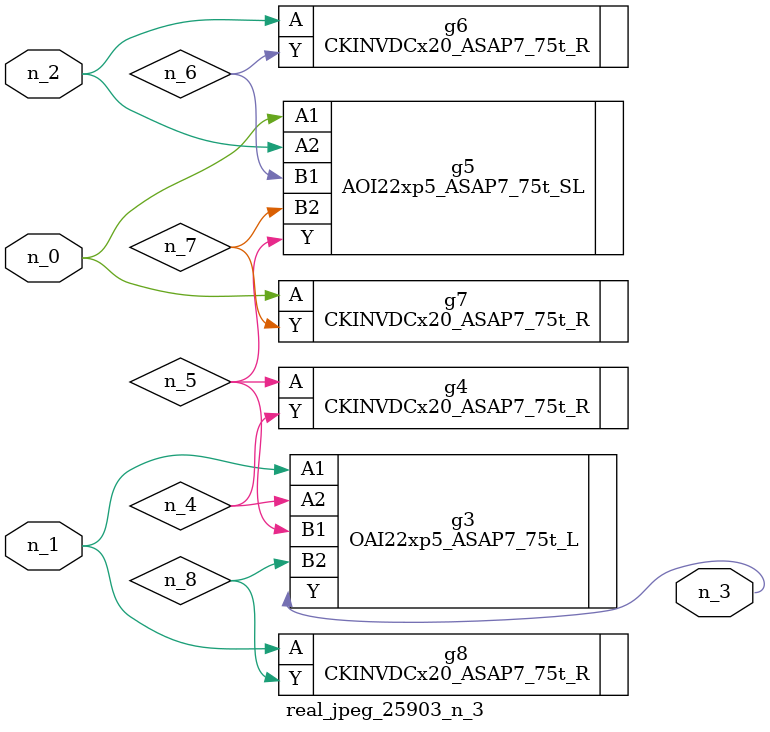
<source format=v>
module real_jpeg_25903_n_3 (n_1, n_0, n_2, n_3);

input n_1;
input n_0;
input n_2;

output n_3;

wire n_5;
wire n_4;
wire n_8;
wire n_6;
wire n_7;

AOI22xp5_ASAP7_75t_SL g5 ( 
.A1(n_0),
.A2(n_2),
.B1(n_6),
.B2(n_7),
.Y(n_5)
);

CKINVDCx20_ASAP7_75t_R g7 ( 
.A(n_0),
.Y(n_7)
);

OAI22xp5_ASAP7_75t_L g3 ( 
.A1(n_1),
.A2(n_4),
.B1(n_5),
.B2(n_8),
.Y(n_3)
);

CKINVDCx20_ASAP7_75t_R g8 ( 
.A(n_1),
.Y(n_8)
);

CKINVDCx20_ASAP7_75t_R g6 ( 
.A(n_2),
.Y(n_6)
);

CKINVDCx20_ASAP7_75t_R g4 ( 
.A(n_5),
.Y(n_4)
);


endmodule
</source>
